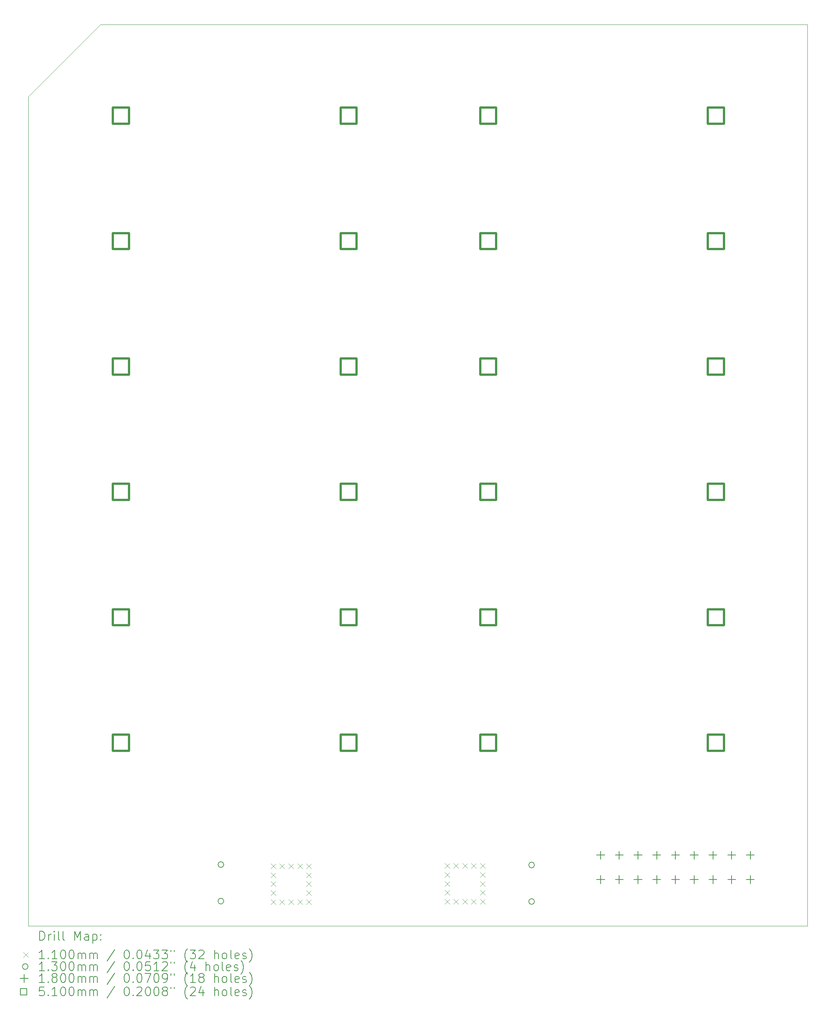
<source format=gbr>
%TF.GenerationSoftware,KiCad,Pcbnew,8.0.5*%
%TF.CreationDate,2025-12-20T20:44:51-08:00*%
%TF.ProjectId,URBAN_CELL_BOARD,55524241-4e5f-4434-954c-4c5f424f4152,rev?*%
%TF.SameCoordinates,Original*%
%TF.FileFunction,Drillmap*%
%TF.FilePolarity,Positive*%
%FSLAX45Y45*%
G04 Gerber Fmt 4.5, Leading zero omitted, Abs format (unit mm)*
G04 Created by KiCad (PCBNEW 8.0.5) date 2025-12-20 20:44:51*
%MOMM*%
%LPD*%
G01*
G04 APERTURE LIST*
%ADD10C,0.100000*%
%ADD11C,0.200000*%
%ADD12C,0.110000*%
%ADD13C,0.130000*%
%ADD14C,0.180000*%
%ADD15C,0.510000*%
G04 APERTURE END LIST*
D10*
X9286121Y-7929338D02*
X25154050Y-7929338D01*
X7674021Y-28158400D02*
X25154050Y-28158400D01*
X25154050Y-7929338D02*
X25154050Y-28158400D01*
X7674021Y-9541438D02*
X7674021Y-28158400D01*
X7674021Y-9541438D02*
X9286121Y-7929338D01*
D11*
D12*
X13116000Y-26760000D02*
X13226000Y-26870000D01*
X13226000Y-26760000D02*
X13116000Y-26870000D01*
X13116000Y-26960000D02*
X13226000Y-27070000D01*
X13226000Y-26960000D02*
X13116000Y-27070000D01*
X13116000Y-27160000D02*
X13226000Y-27270000D01*
X13226000Y-27160000D02*
X13116000Y-27270000D01*
X13116000Y-27360000D02*
X13226000Y-27470000D01*
X13226000Y-27360000D02*
X13116000Y-27470000D01*
X13116000Y-27560000D02*
X13226000Y-27670000D01*
X13226000Y-27560000D02*
X13116000Y-27670000D01*
X13316000Y-26760000D02*
X13426000Y-26870000D01*
X13426000Y-26760000D02*
X13316000Y-26870000D01*
X13316000Y-27560000D02*
X13426000Y-27670000D01*
X13426000Y-27560000D02*
X13316000Y-27670000D01*
X13516000Y-26760000D02*
X13626000Y-26870000D01*
X13626000Y-26760000D02*
X13516000Y-26870000D01*
X13516000Y-27560000D02*
X13626000Y-27670000D01*
X13626000Y-27560000D02*
X13516000Y-27670000D01*
X13716000Y-26760000D02*
X13826000Y-26870000D01*
X13826000Y-26760000D02*
X13716000Y-26870000D01*
X13716000Y-27560000D02*
X13826000Y-27670000D01*
X13826000Y-27560000D02*
X13716000Y-27670000D01*
X13916000Y-26760000D02*
X14026000Y-26870000D01*
X14026000Y-26760000D02*
X13916000Y-26870000D01*
X13916000Y-26960000D02*
X14026000Y-27070000D01*
X14026000Y-26960000D02*
X13916000Y-27070000D01*
X13916000Y-27160000D02*
X14026000Y-27270000D01*
X14026000Y-27160000D02*
X13916000Y-27270000D01*
X13916000Y-27360000D02*
X14026000Y-27470000D01*
X14026000Y-27360000D02*
X13916000Y-27470000D01*
X13916000Y-27560000D02*
X14026000Y-27670000D01*
X14026000Y-27560000D02*
X13916000Y-27670000D01*
X17017000Y-26753000D02*
X17127000Y-26863000D01*
X17127000Y-26753000D02*
X17017000Y-26863000D01*
X17017000Y-26953000D02*
X17127000Y-27063000D01*
X17127000Y-26953000D02*
X17017000Y-27063000D01*
X17017000Y-27153000D02*
X17127000Y-27263000D01*
X17127000Y-27153000D02*
X17017000Y-27263000D01*
X17017000Y-27353000D02*
X17127000Y-27463000D01*
X17127000Y-27353000D02*
X17017000Y-27463000D01*
X17017000Y-27553000D02*
X17127000Y-27663000D01*
X17127000Y-27553000D02*
X17017000Y-27663000D01*
X17217000Y-26753000D02*
X17327000Y-26863000D01*
X17327000Y-26753000D02*
X17217000Y-26863000D01*
X17217000Y-27553000D02*
X17327000Y-27663000D01*
X17327000Y-27553000D02*
X17217000Y-27663000D01*
X17417000Y-26753000D02*
X17527000Y-26863000D01*
X17527000Y-26753000D02*
X17417000Y-26863000D01*
X17417000Y-27553000D02*
X17527000Y-27663000D01*
X17527000Y-27553000D02*
X17417000Y-27663000D01*
X17617000Y-26753000D02*
X17727000Y-26863000D01*
X17727000Y-26753000D02*
X17617000Y-26863000D01*
X17617000Y-27553000D02*
X17727000Y-27663000D01*
X17727000Y-27553000D02*
X17617000Y-27663000D01*
X17817000Y-26753000D02*
X17927000Y-26863000D01*
X17927000Y-26753000D02*
X17817000Y-26863000D01*
X17817000Y-26953000D02*
X17927000Y-27063000D01*
X17927000Y-26953000D02*
X17817000Y-27063000D01*
X17817000Y-27153000D02*
X17927000Y-27263000D01*
X17927000Y-27153000D02*
X17817000Y-27263000D01*
X17817000Y-27353000D02*
X17927000Y-27463000D01*
X17927000Y-27353000D02*
X17817000Y-27463000D01*
X17817000Y-27553000D02*
X17927000Y-27663000D01*
X17927000Y-27553000D02*
X17817000Y-27663000D01*
D13*
X12059500Y-26778750D02*
G75*
G02*
X11929500Y-26778750I-65000J0D01*
G01*
X11929500Y-26778750D02*
G75*
G02*
X12059500Y-26778750I65000J0D01*
G01*
X12059500Y-27598750D02*
G75*
G02*
X11929500Y-27598750I-65000J0D01*
G01*
X11929500Y-27598750D02*
G75*
G02*
X12059500Y-27598750I65000J0D01*
G01*
X19032500Y-26787500D02*
G75*
G02*
X18902500Y-26787500I-65000J0D01*
G01*
X18902500Y-26787500D02*
G75*
G02*
X19032500Y-26787500I65000J0D01*
G01*
X19032500Y-27607500D02*
G75*
G02*
X18902500Y-27607500I-65000J0D01*
G01*
X18902500Y-27607500D02*
G75*
G02*
X19032500Y-27607500I65000J0D01*
G01*
D14*
X20516000Y-26474500D02*
X20516000Y-26654500D01*
X20426000Y-26564500D02*
X20606000Y-26564500D01*
X20516000Y-27024500D02*
X20516000Y-27204500D01*
X20426000Y-27114500D02*
X20606000Y-27114500D01*
X20936000Y-26474500D02*
X20936000Y-26654500D01*
X20846000Y-26564500D02*
X21026000Y-26564500D01*
X20936000Y-27024500D02*
X20936000Y-27204500D01*
X20846000Y-27114500D02*
X21026000Y-27114500D01*
X21356000Y-26474500D02*
X21356000Y-26654500D01*
X21266000Y-26564500D02*
X21446000Y-26564500D01*
X21356000Y-27024500D02*
X21356000Y-27204500D01*
X21266000Y-27114500D02*
X21446000Y-27114500D01*
X21776000Y-26474500D02*
X21776000Y-26654500D01*
X21686000Y-26564500D02*
X21866000Y-26564500D01*
X21776000Y-27024500D02*
X21776000Y-27204500D01*
X21686000Y-27114500D02*
X21866000Y-27114500D01*
X22196000Y-26474500D02*
X22196000Y-26654500D01*
X22106000Y-26564500D02*
X22286000Y-26564500D01*
X22196000Y-27024500D02*
X22196000Y-27204500D01*
X22106000Y-27114500D02*
X22286000Y-27114500D01*
X22616000Y-26474500D02*
X22616000Y-26654500D01*
X22526000Y-26564500D02*
X22706000Y-26564500D01*
X22616000Y-27024500D02*
X22616000Y-27204500D01*
X22526000Y-27114500D02*
X22706000Y-27114500D01*
X23036000Y-26474500D02*
X23036000Y-26654500D01*
X22946000Y-26564500D02*
X23126000Y-26564500D01*
X23036000Y-27024500D02*
X23036000Y-27204500D01*
X22946000Y-27114500D02*
X23126000Y-27114500D01*
X23456000Y-26474500D02*
X23456000Y-26654500D01*
X23366000Y-26564500D02*
X23546000Y-26564500D01*
X23456000Y-27024500D02*
X23456000Y-27204500D01*
X23366000Y-27114500D02*
X23546000Y-27114500D01*
X23876000Y-26474500D02*
X23876000Y-26654500D01*
X23786000Y-26564500D02*
X23966000Y-26564500D01*
X23876000Y-27024500D02*
X23876000Y-27204500D01*
X23786000Y-27114500D02*
X23966000Y-27114500D01*
D15*
X9933214Y-10155414D02*
X9933214Y-9794786D01*
X9572586Y-9794786D01*
X9572586Y-10155414D01*
X9933214Y-10155414D01*
X9933214Y-12968814D02*
X9933214Y-12608186D01*
X9572586Y-12608186D01*
X9572586Y-12968814D01*
X9933214Y-12968814D01*
X9933214Y-15782214D02*
X9933214Y-15421586D01*
X9572586Y-15421586D01*
X9572586Y-15782214D01*
X9933214Y-15782214D01*
X9933214Y-18595614D02*
X9933214Y-18234986D01*
X9572586Y-18234986D01*
X9572586Y-18595614D01*
X9933214Y-18595614D01*
X9933214Y-21409014D02*
X9933214Y-21048386D01*
X9572586Y-21048386D01*
X9572586Y-21409014D01*
X9933214Y-21409014D01*
X9933214Y-24222414D02*
X9933214Y-23861786D01*
X9572586Y-23861786D01*
X9572586Y-24222414D01*
X9933214Y-24222414D01*
X15043214Y-10155414D02*
X15043214Y-9794786D01*
X14682586Y-9794786D01*
X14682586Y-10155414D01*
X15043214Y-10155414D01*
X15043214Y-12968814D02*
X15043214Y-12608186D01*
X14682586Y-12608186D01*
X14682586Y-12968814D01*
X15043214Y-12968814D01*
X15043214Y-15782214D02*
X15043214Y-15421586D01*
X14682586Y-15421586D01*
X14682586Y-15782214D01*
X15043214Y-15782214D01*
X15043214Y-18595614D02*
X15043214Y-18234986D01*
X14682586Y-18234986D01*
X14682586Y-18595614D01*
X15043214Y-18595614D01*
X15043214Y-21409014D02*
X15043214Y-21048386D01*
X14682586Y-21048386D01*
X14682586Y-21409014D01*
X15043214Y-21409014D01*
X15043214Y-24222414D02*
X15043214Y-23861786D01*
X14682586Y-23861786D01*
X14682586Y-24222414D01*
X15043214Y-24222414D01*
X18173214Y-10155414D02*
X18173214Y-9794786D01*
X17812586Y-9794786D01*
X17812586Y-10155414D01*
X18173214Y-10155414D01*
X18173214Y-12968814D02*
X18173214Y-12608186D01*
X17812586Y-12608186D01*
X17812586Y-12968814D01*
X18173214Y-12968814D01*
X18173214Y-15782214D02*
X18173214Y-15421586D01*
X17812586Y-15421586D01*
X17812586Y-15782214D01*
X18173214Y-15782214D01*
X18173214Y-18595614D02*
X18173214Y-18234986D01*
X17812586Y-18234986D01*
X17812586Y-18595614D01*
X18173214Y-18595614D01*
X18173214Y-21409014D02*
X18173214Y-21048386D01*
X17812586Y-21048386D01*
X17812586Y-21409014D01*
X18173214Y-21409014D01*
X18173214Y-24222414D02*
X18173214Y-23861786D01*
X17812586Y-23861786D01*
X17812586Y-24222414D01*
X18173214Y-24222414D01*
X23283214Y-10155414D02*
X23283214Y-9794786D01*
X22922586Y-9794786D01*
X22922586Y-10155414D01*
X23283214Y-10155414D01*
X23283214Y-12968814D02*
X23283214Y-12608186D01*
X22922586Y-12608186D01*
X22922586Y-12968814D01*
X23283214Y-12968814D01*
X23283214Y-15782214D02*
X23283214Y-15421586D01*
X22922586Y-15421586D01*
X22922586Y-15782214D01*
X23283214Y-15782214D01*
X23283214Y-18595614D02*
X23283214Y-18234986D01*
X22922586Y-18234986D01*
X22922586Y-18595614D01*
X23283214Y-18595614D01*
X23283214Y-21409014D02*
X23283214Y-21048386D01*
X22922586Y-21048386D01*
X22922586Y-21409014D01*
X23283214Y-21409014D01*
X23283214Y-24222414D02*
X23283214Y-23861786D01*
X22922586Y-23861786D01*
X22922586Y-24222414D01*
X23283214Y-24222414D01*
D11*
X7929798Y-28474884D02*
X7929798Y-28274884D01*
X7929798Y-28274884D02*
X7977417Y-28274884D01*
X7977417Y-28274884D02*
X8005988Y-28284408D01*
X8005988Y-28284408D02*
X8025036Y-28303455D01*
X8025036Y-28303455D02*
X8034560Y-28322503D01*
X8034560Y-28322503D02*
X8044084Y-28360598D01*
X8044084Y-28360598D02*
X8044084Y-28389169D01*
X8044084Y-28389169D02*
X8034560Y-28427265D01*
X8034560Y-28427265D02*
X8025036Y-28446312D01*
X8025036Y-28446312D02*
X8005988Y-28465360D01*
X8005988Y-28465360D02*
X7977417Y-28474884D01*
X7977417Y-28474884D02*
X7929798Y-28474884D01*
X8129798Y-28474884D02*
X8129798Y-28341550D01*
X8129798Y-28379646D02*
X8139322Y-28360598D01*
X8139322Y-28360598D02*
X8148846Y-28351074D01*
X8148846Y-28351074D02*
X8167893Y-28341550D01*
X8167893Y-28341550D02*
X8186941Y-28341550D01*
X8253607Y-28474884D02*
X8253607Y-28341550D01*
X8253607Y-28274884D02*
X8244084Y-28284408D01*
X8244084Y-28284408D02*
X8253607Y-28293931D01*
X8253607Y-28293931D02*
X8263131Y-28284408D01*
X8263131Y-28284408D02*
X8253607Y-28274884D01*
X8253607Y-28274884D02*
X8253607Y-28293931D01*
X8377417Y-28474884D02*
X8358369Y-28465360D01*
X8358369Y-28465360D02*
X8348846Y-28446312D01*
X8348846Y-28446312D02*
X8348846Y-28274884D01*
X8482179Y-28474884D02*
X8463131Y-28465360D01*
X8463131Y-28465360D02*
X8453608Y-28446312D01*
X8453608Y-28446312D02*
X8453608Y-28274884D01*
X8710750Y-28474884D02*
X8710750Y-28274884D01*
X8710750Y-28274884D02*
X8777417Y-28417741D01*
X8777417Y-28417741D02*
X8844084Y-28274884D01*
X8844084Y-28274884D02*
X8844084Y-28474884D01*
X9025036Y-28474884D02*
X9025036Y-28370122D01*
X9025036Y-28370122D02*
X9015512Y-28351074D01*
X9015512Y-28351074D02*
X8996465Y-28341550D01*
X8996465Y-28341550D02*
X8958369Y-28341550D01*
X8958369Y-28341550D02*
X8939322Y-28351074D01*
X9025036Y-28465360D02*
X9005989Y-28474884D01*
X9005989Y-28474884D02*
X8958369Y-28474884D01*
X8958369Y-28474884D02*
X8939322Y-28465360D01*
X8939322Y-28465360D02*
X8929798Y-28446312D01*
X8929798Y-28446312D02*
X8929798Y-28427265D01*
X8929798Y-28427265D02*
X8939322Y-28408217D01*
X8939322Y-28408217D02*
X8958369Y-28398693D01*
X8958369Y-28398693D02*
X9005989Y-28398693D01*
X9005989Y-28398693D02*
X9025036Y-28389169D01*
X9120274Y-28341550D02*
X9120274Y-28541550D01*
X9120274Y-28351074D02*
X9139322Y-28341550D01*
X9139322Y-28341550D02*
X9177417Y-28341550D01*
X9177417Y-28341550D02*
X9196465Y-28351074D01*
X9196465Y-28351074D02*
X9205989Y-28360598D01*
X9205989Y-28360598D02*
X9215512Y-28379646D01*
X9215512Y-28379646D02*
X9215512Y-28436788D01*
X9215512Y-28436788D02*
X9205989Y-28455836D01*
X9205989Y-28455836D02*
X9196465Y-28465360D01*
X9196465Y-28465360D02*
X9177417Y-28474884D01*
X9177417Y-28474884D02*
X9139322Y-28474884D01*
X9139322Y-28474884D02*
X9120274Y-28465360D01*
X9301227Y-28455836D02*
X9310750Y-28465360D01*
X9310750Y-28465360D02*
X9301227Y-28474884D01*
X9301227Y-28474884D02*
X9291703Y-28465360D01*
X9291703Y-28465360D02*
X9301227Y-28455836D01*
X9301227Y-28455836D02*
X9301227Y-28474884D01*
X9301227Y-28351074D02*
X9310750Y-28360598D01*
X9310750Y-28360598D02*
X9301227Y-28370122D01*
X9301227Y-28370122D02*
X9291703Y-28360598D01*
X9291703Y-28360598D02*
X9301227Y-28351074D01*
X9301227Y-28351074D02*
X9301227Y-28370122D01*
D12*
X7559021Y-28748400D02*
X7669021Y-28858400D01*
X7669021Y-28748400D02*
X7559021Y-28858400D01*
D11*
X8034560Y-28894884D02*
X7920274Y-28894884D01*
X7977417Y-28894884D02*
X7977417Y-28694884D01*
X7977417Y-28694884D02*
X7958369Y-28723455D01*
X7958369Y-28723455D02*
X7939322Y-28742503D01*
X7939322Y-28742503D02*
X7920274Y-28752027D01*
X8120274Y-28875836D02*
X8129798Y-28885360D01*
X8129798Y-28885360D02*
X8120274Y-28894884D01*
X8120274Y-28894884D02*
X8110750Y-28885360D01*
X8110750Y-28885360D02*
X8120274Y-28875836D01*
X8120274Y-28875836D02*
X8120274Y-28894884D01*
X8320274Y-28894884D02*
X8205988Y-28894884D01*
X8263131Y-28894884D02*
X8263131Y-28694884D01*
X8263131Y-28694884D02*
X8244084Y-28723455D01*
X8244084Y-28723455D02*
X8225036Y-28742503D01*
X8225036Y-28742503D02*
X8205988Y-28752027D01*
X8444084Y-28694884D02*
X8463131Y-28694884D01*
X8463131Y-28694884D02*
X8482179Y-28704408D01*
X8482179Y-28704408D02*
X8491703Y-28713931D01*
X8491703Y-28713931D02*
X8501227Y-28732979D01*
X8501227Y-28732979D02*
X8510750Y-28771074D01*
X8510750Y-28771074D02*
X8510750Y-28818693D01*
X8510750Y-28818693D02*
X8501227Y-28856788D01*
X8501227Y-28856788D02*
X8491703Y-28875836D01*
X8491703Y-28875836D02*
X8482179Y-28885360D01*
X8482179Y-28885360D02*
X8463131Y-28894884D01*
X8463131Y-28894884D02*
X8444084Y-28894884D01*
X8444084Y-28894884D02*
X8425036Y-28885360D01*
X8425036Y-28885360D02*
X8415512Y-28875836D01*
X8415512Y-28875836D02*
X8405989Y-28856788D01*
X8405989Y-28856788D02*
X8396465Y-28818693D01*
X8396465Y-28818693D02*
X8396465Y-28771074D01*
X8396465Y-28771074D02*
X8405989Y-28732979D01*
X8405989Y-28732979D02*
X8415512Y-28713931D01*
X8415512Y-28713931D02*
X8425036Y-28704408D01*
X8425036Y-28704408D02*
X8444084Y-28694884D01*
X8634560Y-28694884D02*
X8653608Y-28694884D01*
X8653608Y-28694884D02*
X8672655Y-28704408D01*
X8672655Y-28704408D02*
X8682179Y-28713931D01*
X8682179Y-28713931D02*
X8691703Y-28732979D01*
X8691703Y-28732979D02*
X8701227Y-28771074D01*
X8701227Y-28771074D02*
X8701227Y-28818693D01*
X8701227Y-28818693D02*
X8691703Y-28856788D01*
X8691703Y-28856788D02*
X8682179Y-28875836D01*
X8682179Y-28875836D02*
X8672655Y-28885360D01*
X8672655Y-28885360D02*
X8653608Y-28894884D01*
X8653608Y-28894884D02*
X8634560Y-28894884D01*
X8634560Y-28894884D02*
X8615512Y-28885360D01*
X8615512Y-28885360D02*
X8605989Y-28875836D01*
X8605989Y-28875836D02*
X8596465Y-28856788D01*
X8596465Y-28856788D02*
X8586941Y-28818693D01*
X8586941Y-28818693D02*
X8586941Y-28771074D01*
X8586941Y-28771074D02*
X8596465Y-28732979D01*
X8596465Y-28732979D02*
X8605989Y-28713931D01*
X8605989Y-28713931D02*
X8615512Y-28704408D01*
X8615512Y-28704408D02*
X8634560Y-28694884D01*
X8786941Y-28894884D02*
X8786941Y-28761550D01*
X8786941Y-28780598D02*
X8796465Y-28771074D01*
X8796465Y-28771074D02*
X8815512Y-28761550D01*
X8815512Y-28761550D02*
X8844084Y-28761550D01*
X8844084Y-28761550D02*
X8863131Y-28771074D01*
X8863131Y-28771074D02*
X8872655Y-28790122D01*
X8872655Y-28790122D02*
X8872655Y-28894884D01*
X8872655Y-28790122D02*
X8882179Y-28771074D01*
X8882179Y-28771074D02*
X8901227Y-28761550D01*
X8901227Y-28761550D02*
X8929798Y-28761550D01*
X8929798Y-28761550D02*
X8948846Y-28771074D01*
X8948846Y-28771074D02*
X8958370Y-28790122D01*
X8958370Y-28790122D02*
X8958370Y-28894884D01*
X9053608Y-28894884D02*
X9053608Y-28761550D01*
X9053608Y-28780598D02*
X9063131Y-28771074D01*
X9063131Y-28771074D02*
X9082179Y-28761550D01*
X9082179Y-28761550D02*
X9110751Y-28761550D01*
X9110751Y-28761550D02*
X9129798Y-28771074D01*
X9129798Y-28771074D02*
X9139322Y-28790122D01*
X9139322Y-28790122D02*
X9139322Y-28894884D01*
X9139322Y-28790122D02*
X9148846Y-28771074D01*
X9148846Y-28771074D02*
X9167893Y-28761550D01*
X9167893Y-28761550D02*
X9196465Y-28761550D01*
X9196465Y-28761550D02*
X9215512Y-28771074D01*
X9215512Y-28771074D02*
X9225036Y-28790122D01*
X9225036Y-28790122D02*
X9225036Y-28894884D01*
X9615512Y-28685360D02*
X9444084Y-28942503D01*
X9872655Y-28694884D02*
X9891703Y-28694884D01*
X9891703Y-28694884D02*
X9910751Y-28704408D01*
X9910751Y-28704408D02*
X9920274Y-28713931D01*
X9920274Y-28713931D02*
X9929798Y-28732979D01*
X9929798Y-28732979D02*
X9939322Y-28771074D01*
X9939322Y-28771074D02*
X9939322Y-28818693D01*
X9939322Y-28818693D02*
X9929798Y-28856788D01*
X9929798Y-28856788D02*
X9920274Y-28875836D01*
X9920274Y-28875836D02*
X9910751Y-28885360D01*
X9910751Y-28885360D02*
X9891703Y-28894884D01*
X9891703Y-28894884D02*
X9872655Y-28894884D01*
X9872655Y-28894884D02*
X9853608Y-28885360D01*
X9853608Y-28885360D02*
X9844084Y-28875836D01*
X9844084Y-28875836D02*
X9834560Y-28856788D01*
X9834560Y-28856788D02*
X9825036Y-28818693D01*
X9825036Y-28818693D02*
X9825036Y-28771074D01*
X9825036Y-28771074D02*
X9834560Y-28732979D01*
X9834560Y-28732979D02*
X9844084Y-28713931D01*
X9844084Y-28713931D02*
X9853608Y-28704408D01*
X9853608Y-28704408D02*
X9872655Y-28694884D01*
X10025036Y-28875836D02*
X10034560Y-28885360D01*
X10034560Y-28885360D02*
X10025036Y-28894884D01*
X10025036Y-28894884D02*
X10015513Y-28885360D01*
X10015513Y-28885360D02*
X10025036Y-28875836D01*
X10025036Y-28875836D02*
X10025036Y-28894884D01*
X10158370Y-28694884D02*
X10177417Y-28694884D01*
X10177417Y-28694884D02*
X10196465Y-28704408D01*
X10196465Y-28704408D02*
X10205989Y-28713931D01*
X10205989Y-28713931D02*
X10215513Y-28732979D01*
X10215513Y-28732979D02*
X10225036Y-28771074D01*
X10225036Y-28771074D02*
X10225036Y-28818693D01*
X10225036Y-28818693D02*
X10215513Y-28856788D01*
X10215513Y-28856788D02*
X10205989Y-28875836D01*
X10205989Y-28875836D02*
X10196465Y-28885360D01*
X10196465Y-28885360D02*
X10177417Y-28894884D01*
X10177417Y-28894884D02*
X10158370Y-28894884D01*
X10158370Y-28894884D02*
X10139322Y-28885360D01*
X10139322Y-28885360D02*
X10129798Y-28875836D01*
X10129798Y-28875836D02*
X10120274Y-28856788D01*
X10120274Y-28856788D02*
X10110751Y-28818693D01*
X10110751Y-28818693D02*
X10110751Y-28771074D01*
X10110751Y-28771074D02*
X10120274Y-28732979D01*
X10120274Y-28732979D02*
X10129798Y-28713931D01*
X10129798Y-28713931D02*
X10139322Y-28704408D01*
X10139322Y-28704408D02*
X10158370Y-28694884D01*
X10396465Y-28761550D02*
X10396465Y-28894884D01*
X10348846Y-28685360D02*
X10301227Y-28828217D01*
X10301227Y-28828217D02*
X10425036Y-28828217D01*
X10482179Y-28694884D02*
X10605989Y-28694884D01*
X10605989Y-28694884D02*
X10539322Y-28771074D01*
X10539322Y-28771074D02*
X10567894Y-28771074D01*
X10567894Y-28771074D02*
X10586941Y-28780598D01*
X10586941Y-28780598D02*
X10596465Y-28790122D01*
X10596465Y-28790122D02*
X10605989Y-28809169D01*
X10605989Y-28809169D02*
X10605989Y-28856788D01*
X10605989Y-28856788D02*
X10596465Y-28875836D01*
X10596465Y-28875836D02*
X10586941Y-28885360D01*
X10586941Y-28885360D02*
X10567894Y-28894884D01*
X10567894Y-28894884D02*
X10510751Y-28894884D01*
X10510751Y-28894884D02*
X10491703Y-28885360D01*
X10491703Y-28885360D02*
X10482179Y-28875836D01*
X10672655Y-28694884D02*
X10796465Y-28694884D01*
X10796465Y-28694884D02*
X10729798Y-28771074D01*
X10729798Y-28771074D02*
X10758370Y-28771074D01*
X10758370Y-28771074D02*
X10777417Y-28780598D01*
X10777417Y-28780598D02*
X10786941Y-28790122D01*
X10786941Y-28790122D02*
X10796465Y-28809169D01*
X10796465Y-28809169D02*
X10796465Y-28856788D01*
X10796465Y-28856788D02*
X10786941Y-28875836D01*
X10786941Y-28875836D02*
X10777417Y-28885360D01*
X10777417Y-28885360D02*
X10758370Y-28894884D01*
X10758370Y-28894884D02*
X10701227Y-28894884D01*
X10701227Y-28894884D02*
X10682179Y-28885360D01*
X10682179Y-28885360D02*
X10672655Y-28875836D01*
X10872655Y-28694884D02*
X10872655Y-28732979D01*
X10948846Y-28694884D02*
X10948846Y-28732979D01*
X11244084Y-28971074D02*
X11234560Y-28961550D01*
X11234560Y-28961550D02*
X11215513Y-28932979D01*
X11215513Y-28932979D02*
X11205989Y-28913931D01*
X11205989Y-28913931D02*
X11196465Y-28885360D01*
X11196465Y-28885360D02*
X11186941Y-28837741D01*
X11186941Y-28837741D02*
X11186941Y-28799646D01*
X11186941Y-28799646D02*
X11196465Y-28752027D01*
X11196465Y-28752027D02*
X11205989Y-28723455D01*
X11205989Y-28723455D02*
X11215513Y-28704408D01*
X11215513Y-28704408D02*
X11234560Y-28675836D01*
X11234560Y-28675836D02*
X11244084Y-28666312D01*
X11301227Y-28694884D02*
X11425036Y-28694884D01*
X11425036Y-28694884D02*
X11358370Y-28771074D01*
X11358370Y-28771074D02*
X11386941Y-28771074D01*
X11386941Y-28771074D02*
X11405989Y-28780598D01*
X11405989Y-28780598D02*
X11415513Y-28790122D01*
X11415513Y-28790122D02*
X11425036Y-28809169D01*
X11425036Y-28809169D02*
X11425036Y-28856788D01*
X11425036Y-28856788D02*
X11415513Y-28875836D01*
X11415513Y-28875836D02*
X11405989Y-28885360D01*
X11405989Y-28885360D02*
X11386941Y-28894884D01*
X11386941Y-28894884D02*
X11329798Y-28894884D01*
X11329798Y-28894884D02*
X11310751Y-28885360D01*
X11310751Y-28885360D02*
X11301227Y-28875836D01*
X11501227Y-28713931D02*
X11510751Y-28704408D01*
X11510751Y-28704408D02*
X11529798Y-28694884D01*
X11529798Y-28694884D02*
X11577417Y-28694884D01*
X11577417Y-28694884D02*
X11596465Y-28704408D01*
X11596465Y-28704408D02*
X11605989Y-28713931D01*
X11605989Y-28713931D02*
X11615513Y-28732979D01*
X11615513Y-28732979D02*
X11615513Y-28752027D01*
X11615513Y-28752027D02*
X11605989Y-28780598D01*
X11605989Y-28780598D02*
X11491703Y-28894884D01*
X11491703Y-28894884D02*
X11615513Y-28894884D01*
X11853608Y-28894884D02*
X11853608Y-28694884D01*
X11939322Y-28894884D02*
X11939322Y-28790122D01*
X11939322Y-28790122D02*
X11929798Y-28771074D01*
X11929798Y-28771074D02*
X11910751Y-28761550D01*
X11910751Y-28761550D02*
X11882179Y-28761550D01*
X11882179Y-28761550D02*
X11863132Y-28771074D01*
X11863132Y-28771074D02*
X11853608Y-28780598D01*
X12063132Y-28894884D02*
X12044084Y-28885360D01*
X12044084Y-28885360D02*
X12034560Y-28875836D01*
X12034560Y-28875836D02*
X12025036Y-28856788D01*
X12025036Y-28856788D02*
X12025036Y-28799646D01*
X12025036Y-28799646D02*
X12034560Y-28780598D01*
X12034560Y-28780598D02*
X12044084Y-28771074D01*
X12044084Y-28771074D02*
X12063132Y-28761550D01*
X12063132Y-28761550D02*
X12091703Y-28761550D01*
X12091703Y-28761550D02*
X12110751Y-28771074D01*
X12110751Y-28771074D02*
X12120275Y-28780598D01*
X12120275Y-28780598D02*
X12129798Y-28799646D01*
X12129798Y-28799646D02*
X12129798Y-28856788D01*
X12129798Y-28856788D02*
X12120275Y-28875836D01*
X12120275Y-28875836D02*
X12110751Y-28885360D01*
X12110751Y-28885360D02*
X12091703Y-28894884D01*
X12091703Y-28894884D02*
X12063132Y-28894884D01*
X12244084Y-28894884D02*
X12225036Y-28885360D01*
X12225036Y-28885360D02*
X12215513Y-28866312D01*
X12215513Y-28866312D02*
X12215513Y-28694884D01*
X12396465Y-28885360D02*
X12377417Y-28894884D01*
X12377417Y-28894884D02*
X12339322Y-28894884D01*
X12339322Y-28894884D02*
X12320275Y-28885360D01*
X12320275Y-28885360D02*
X12310751Y-28866312D01*
X12310751Y-28866312D02*
X12310751Y-28790122D01*
X12310751Y-28790122D02*
X12320275Y-28771074D01*
X12320275Y-28771074D02*
X12339322Y-28761550D01*
X12339322Y-28761550D02*
X12377417Y-28761550D01*
X12377417Y-28761550D02*
X12396465Y-28771074D01*
X12396465Y-28771074D02*
X12405989Y-28790122D01*
X12405989Y-28790122D02*
X12405989Y-28809169D01*
X12405989Y-28809169D02*
X12310751Y-28828217D01*
X12482179Y-28885360D02*
X12501227Y-28894884D01*
X12501227Y-28894884D02*
X12539322Y-28894884D01*
X12539322Y-28894884D02*
X12558370Y-28885360D01*
X12558370Y-28885360D02*
X12567894Y-28866312D01*
X12567894Y-28866312D02*
X12567894Y-28856788D01*
X12567894Y-28856788D02*
X12558370Y-28837741D01*
X12558370Y-28837741D02*
X12539322Y-28828217D01*
X12539322Y-28828217D02*
X12510751Y-28828217D01*
X12510751Y-28828217D02*
X12491703Y-28818693D01*
X12491703Y-28818693D02*
X12482179Y-28799646D01*
X12482179Y-28799646D02*
X12482179Y-28790122D01*
X12482179Y-28790122D02*
X12491703Y-28771074D01*
X12491703Y-28771074D02*
X12510751Y-28761550D01*
X12510751Y-28761550D02*
X12539322Y-28761550D01*
X12539322Y-28761550D02*
X12558370Y-28771074D01*
X12634560Y-28971074D02*
X12644084Y-28961550D01*
X12644084Y-28961550D02*
X12663132Y-28932979D01*
X12663132Y-28932979D02*
X12672656Y-28913931D01*
X12672656Y-28913931D02*
X12682179Y-28885360D01*
X12682179Y-28885360D02*
X12691703Y-28837741D01*
X12691703Y-28837741D02*
X12691703Y-28799646D01*
X12691703Y-28799646D02*
X12682179Y-28752027D01*
X12682179Y-28752027D02*
X12672656Y-28723455D01*
X12672656Y-28723455D02*
X12663132Y-28704408D01*
X12663132Y-28704408D02*
X12644084Y-28675836D01*
X12644084Y-28675836D02*
X12634560Y-28666312D01*
D13*
X7669021Y-29067400D02*
G75*
G02*
X7539021Y-29067400I-65000J0D01*
G01*
X7539021Y-29067400D02*
G75*
G02*
X7669021Y-29067400I65000J0D01*
G01*
D11*
X8034560Y-29158884D02*
X7920274Y-29158884D01*
X7977417Y-29158884D02*
X7977417Y-28958884D01*
X7977417Y-28958884D02*
X7958369Y-28987455D01*
X7958369Y-28987455D02*
X7939322Y-29006503D01*
X7939322Y-29006503D02*
X7920274Y-29016027D01*
X8120274Y-29139836D02*
X8129798Y-29149360D01*
X8129798Y-29149360D02*
X8120274Y-29158884D01*
X8120274Y-29158884D02*
X8110750Y-29149360D01*
X8110750Y-29149360D02*
X8120274Y-29139836D01*
X8120274Y-29139836D02*
X8120274Y-29158884D01*
X8196465Y-28958884D02*
X8320274Y-28958884D01*
X8320274Y-28958884D02*
X8253607Y-29035074D01*
X8253607Y-29035074D02*
X8282179Y-29035074D01*
X8282179Y-29035074D02*
X8301227Y-29044598D01*
X8301227Y-29044598D02*
X8310750Y-29054122D01*
X8310750Y-29054122D02*
X8320274Y-29073169D01*
X8320274Y-29073169D02*
X8320274Y-29120788D01*
X8320274Y-29120788D02*
X8310750Y-29139836D01*
X8310750Y-29139836D02*
X8301227Y-29149360D01*
X8301227Y-29149360D02*
X8282179Y-29158884D01*
X8282179Y-29158884D02*
X8225036Y-29158884D01*
X8225036Y-29158884D02*
X8205988Y-29149360D01*
X8205988Y-29149360D02*
X8196465Y-29139836D01*
X8444084Y-28958884D02*
X8463131Y-28958884D01*
X8463131Y-28958884D02*
X8482179Y-28968408D01*
X8482179Y-28968408D02*
X8491703Y-28977931D01*
X8491703Y-28977931D02*
X8501227Y-28996979D01*
X8501227Y-28996979D02*
X8510750Y-29035074D01*
X8510750Y-29035074D02*
X8510750Y-29082693D01*
X8510750Y-29082693D02*
X8501227Y-29120788D01*
X8501227Y-29120788D02*
X8491703Y-29139836D01*
X8491703Y-29139836D02*
X8482179Y-29149360D01*
X8482179Y-29149360D02*
X8463131Y-29158884D01*
X8463131Y-29158884D02*
X8444084Y-29158884D01*
X8444084Y-29158884D02*
X8425036Y-29149360D01*
X8425036Y-29149360D02*
X8415512Y-29139836D01*
X8415512Y-29139836D02*
X8405989Y-29120788D01*
X8405989Y-29120788D02*
X8396465Y-29082693D01*
X8396465Y-29082693D02*
X8396465Y-29035074D01*
X8396465Y-29035074D02*
X8405989Y-28996979D01*
X8405989Y-28996979D02*
X8415512Y-28977931D01*
X8415512Y-28977931D02*
X8425036Y-28968408D01*
X8425036Y-28968408D02*
X8444084Y-28958884D01*
X8634560Y-28958884D02*
X8653608Y-28958884D01*
X8653608Y-28958884D02*
X8672655Y-28968408D01*
X8672655Y-28968408D02*
X8682179Y-28977931D01*
X8682179Y-28977931D02*
X8691703Y-28996979D01*
X8691703Y-28996979D02*
X8701227Y-29035074D01*
X8701227Y-29035074D02*
X8701227Y-29082693D01*
X8701227Y-29082693D02*
X8691703Y-29120788D01*
X8691703Y-29120788D02*
X8682179Y-29139836D01*
X8682179Y-29139836D02*
X8672655Y-29149360D01*
X8672655Y-29149360D02*
X8653608Y-29158884D01*
X8653608Y-29158884D02*
X8634560Y-29158884D01*
X8634560Y-29158884D02*
X8615512Y-29149360D01*
X8615512Y-29149360D02*
X8605989Y-29139836D01*
X8605989Y-29139836D02*
X8596465Y-29120788D01*
X8596465Y-29120788D02*
X8586941Y-29082693D01*
X8586941Y-29082693D02*
X8586941Y-29035074D01*
X8586941Y-29035074D02*
X8596465Y-28996979D01*
X8596465Y-28996979D02*
X8605989Y-28977931D01*
X8605989Y-28977931D02*
X8615512Y-28968408D01*
X8615512Y-28968408D02*
X8634560Y-28958884D01*
X8786941Y-29158884D02*
X8786941Y-29025550D01*
X8786941Y-29044598D02*
X8796465Y-29035074D01*
X8796465Y-29035074D02*
X8815512Y-29025550D01*
X8815512Y-29025550D02*
X8844084Y-29025550D01*
X8844084Y-29025550D02*
X8863131Y-29035074D01*
X8863131Y-29035074D02*
X8872655Y-29054122D01*
X8872655Y-29054122D02*
X8872655Y-29158884D01*
X8872655Y-29054122D02*
X8882179Y-29035074D01*
X8882179Y-29035074D02*
X8901227Y-29025550D01*
X8901227Y-29025550D02*
X8929798Y-29025550D01*
X8929798Y-29025550D02*
X8948846Y-29035074D01*
X8948846Y-29035074D02*
X8958370Y-29054122D01*
X8958370Y-29054122D02*
X8958370Y-29158884D01*
X9053608Y-29158884D02*
X9053608Y-29025550D01*
X9053608Y-29044598D02*
X9063131Y-29035074D01*
X9063131Y-29035074D02*
X9082179Y-29025550D01*
X9082179Y-29025550D02*
X9110751Y-29025550D01*
X9110751Y-29025550D02*
X9129798Y-29035074D01*
X9129798Y-29035074D02*
X9139322Y-29054122D01*
X9139322Y-29054122D02*
X9139322Y-29158884D01*
X9139322Y-29054122D02*
X9148846Y-29035074D01*
X9148846Y-29035074D02*
X9167893Y-29025550D01*
X9167893Y-29025550D02*
X9196465Y-29025550D01*
X9196465Y-29025550D02*
X9215512Y-29035074D01*
X9215512Y-29035074D02*
X9225036Y-29054122D01*
X9225036Y-29054122D02*
X9225036Y-29158884D01*
X9615512Y-28949360D02*
X9444084Y-29206503D01*
X9872655Y-28958884D02*
X9891703Y-28958884D01*
X9891703Y-28958884D02*
X9910751Y-28968408D01*
X9910751Y-28968408D02*
X9920274Y-28977931D01*
X9920274Y-28977931D02*
X9929798Y-28996979D01*
X9929798Y-28996979D02*
X9939322Y-29035074D01*
X9939322Y-29035074D02*
X9939322Y-29082693D01*
X9939322Y-29082693D02*
X9929798Y-29120788D01*
X9929798Y-29120788D02*
X9920274Y-29139836D01*
X9920274Y-29139836D02*
X9910751Y-29149360D01*
X9910751Y-29149360D02*
X9891703Y-29158884D01*
X9891703Y-29158884D02*
X9872655Y-29158884D01*
X9872655Y-29158884D02*
X9853608Y-29149360D01*
X9853608Y-29149360D02*
X9844084Y-29139836D01*
X9844084Y-29139836D02*
X9834560Y-29120788D01*
X9834560Y-29120788D02*
X9825036Y-29082693D01*
X9825036Y-29082693D02*
X9825036Y-29035074D01*
X9825036Y-29035074D02*
X9834560Y-28996979D01*
X9834560Y-28996979D02*
X9844084Y-28977931D01*
X9844084Y-28977931D02*
X9853608Y-28968408D01*
X9853608Y-28968408D02*
X9872655Y-28958884D01*
X10025036Y-29139836D02*
X10034560Y-29149360D01*
X10034560Y-29149360D02*
X10025036Y-29158884D01*
X10025036Y-29158884D02*
X10015513Y-29149360D01*
X10015513Y-29149360D02*
X10025036Y-29139836D01*
X10025036Y-29139836D02*
X10025036Y-29158884D01*
X10158370Y-28958884D02*
X10177417Y-28958884D01*
X10177417Y-28958884D02*
X10196465Y-28968408D01*
X10196465Y-28968408D02*
X10205989Y-28977931D01*
X10205989Y-28977931D02*
X10215513Y-28996979D01*
X10215513Y-28996979D02*
X10225036Y-29035074D01*
X10225036Y-29035074D02*
X10225036Y-29082693D01*
X10225036Y-29082693D02*
X10215513Y-29120788D01*
X10215513Y-29120788D02*
X10205989Y-29139836D01*
X10205989Y-29139836D02*
X10196465Y-29149360D01*
X10196465Y-29149360D02*
X10177417Y-29158884D01*
X10177417Y-29158884D02*
X10158370Y-29158884D01*
X10158370Y-29158884D02*
X10139322Y-29149360D01*
X10139322Y-29149360D02*
X10129798Y-29139836D01*
X10129798Y-29139836D02*
X10120274Y-29120788D01*
X10120274Y-29120788D02*
X10110751Y-29082693D01*
X10110751Y-29082693D02*
X10110751Y-29035074D01*
X10110751Y-29035074D02*
X10120274Y-28996979D01*
X10120274Y-28996979D02*
X10129798Y-28977931D01*
X10129798Y-28977931D02*
X10139322Y-28968408D01*
X10139322Y-28968408D02*
X10158370Y-28958884D01*
X10405989Y-28958884D02*
X10310751Y-28958884D01*
X10310751Y-28958884D02*
X10301227Y-29054122D01*
X10301227Y-29054122D02*
X10310751Y-29044598D01*
X10310751Y-29044598D02*
X10329798Y-29035074D01*
X10329798Y-29035074D02*
X10377417Y-29035074D01*
X10377417Y-29035074D02*
X10396465Y-29044598D01*
X10396465Y-29044598D02*
X10405989Y-29054122D01*
X10405989Y-29054122D02*
X10415513Y-29073169D01*
X10415513Y-29073169D02*
X10415513Y-29120788D01*
X10415513Y-29120788D02*
X10405989Y-29139836D01*
X10405989Y-29139836D02*
X10396465Y-29149360D01*
X10396465Y-29149360D02*
X10377417Y-29158884D01*
X10377417Y-29158884D02*
X10329798Y-29158884D01*
X10329798Y-29158884D02*
X10310751Y-29149360D01*
X10310751Y-29149360D02*
X10301227Y-29139836D01*
X10605989Y-29158884D02*
X10491703Y-29158884D01*
X10548846Y-29158884D02*
X10548846Y-28958884D01*
X10548846Y-28958884D02*
X10529798Y-28987455D01*
X10529798Y-28987455D02*
X10510751Y-29006503D01*
X10510751Y-29006503D02*
X10491703Y-29016027D01*
X10682179Y-28977931D02*
X10691703Y-28968408D01*
X10691703Y-28968408D02*
X10710751Y-28958884D01*
X10710751Y-28958884D02*
X10758370Y-28958884D01*
X10758370Y-28958884D02*
X10777417Y-28968408D01*
X10777417Y-28968408D02*
X10786941Y-28977931D01*
X10786941Y-28977931D02*
X10796465Y-28996979D01*
X10796465Y-28996979D02*
X10796465Y-29016027D01*
X10796465Y-29016027D02*
X10786941Y-29044598D01*
X10786941Y-29044598D02*
X10672655Y-29158884D01*
X10672655Y-29158884D02*
X10796465Y-29158884D01*
X10872655Y-28958884D02*
X10872655Y-28996979D01*
X10948846Y-28958884D02*
X10948846Y-28996979D01*
X11244084Y-29235074D02*
X11234560Y-29225550D01*
X11234560Y-29225550D02*
X11215513Y-29196979D01*
X11215513Y-29196979D02*
X11205989Y-29177931D01*
X11205989Y-29177931D02*
X11196465Y-29149360D01*
X11196465Y-29149360D02*
X11186941Y-29101741D01*
X11186941Y-29101741D02*
X11186941Y-29063646D01*
X11186941Y-29063646D02*
X11196465Y-29016027D01*
X11196465Y-29016027D02*
X11205989Y-28987455D01*
X11205989Y-28987455D02*
X11215513Y-28968408D01*
X11215513Y-28968408D02*
X11234560Y-28939836D01*
X11234560Y-28939836D02*
X11244084Y-28930312D01*
X11405989Y-29025550D02*
X11405989Y-29158884D01*
X11358370Y-28949360D02*
X11310751Y-29092217D01*
X11310751Y-29092217D02*
X11434560Y-29092217D01*
X11663132Y-29158884D02*
X11663132Y-28958884D01*
X11748846Y-29158884D02*
X11748846Y-29054122D01*
X11748846Y-29054122D02*
X11739322Y-29035074D01*
X11739322Y-29035074D02*
X11720275Y-29025550D01*
X11720275Y-29025550D02*
X11691703Y-29025550D01*
X11691703Y-29025550D02*
X11672655Y-29035074D01*
X11672655Y-29035074D02*
X11663132Y-29044598D01*
X11872655Y-29158884D02*
X11853608Y-29149360D01*
X11853608Y-29149360D02*
X11844084Y-29139836D01*
X11844084Y-29139836D02*
X11834560Y-29120788D01*
X11834560Y-29120788D02*
X11834560Y-29063646D01*
X11834560Y-29063646D02*
X11844084Y-29044598D01*
X11844084Y-29044598D02*
X11853608Y-29035074D01*
X11853608Y-29035074D02*
X11872655Y-29025550D01*
X11872655Y-29025550D02*
X11901227Y-29025550D01*
X11901227Y-29025550D02*
X11920275Y-29035074D01*
X11920275Y-29035074D02*
X11929798Y-29044598D01*
X11929798Y-29044598D02*
X11939322Y-29063646D01*
X11939322Y-29063646D02*
X11939322Y-29120788D01*
X11939322Y-29120788D02*
X11929798Y-29139836D01*
X11929798Y-29139836D02*
X11920275Y-29149360D01*
X11920275Y-29149360D02*
X11901227Y-29158884D01*
X11901227Y-29158884D02*
X11872655Y-29158884D01*
X12053608Y-29158884D02*
X12034560Y-29149360D01*
X12034560Y-29149360D02*
X12025036Y-29130312D01*
X12025036Y-29130312D02*
X12025036Y-28958884D01*
X12205989Y-29149360D02*
X12186941Y-29158884D01*
X12186941Y-29158884D02*
X12148846Y-29158884D01*
X12148846Y-29158884D02*
X12129798Y-29149360D01*
X12129798Y-29149360D02*
X12120275Y-29130312D01*
X12120275Y-29130312D02*
X12120275Y-29054122D01*
X12120275Y-29054122D02*
X12129798Y-29035074D01*
X12129798Y-29035074D02*
X12148846Y-29025550D01*
X12148846Y-29025550D02*
X12186941Y-29025550D01*
X12186941Y-29025550D02*
X12205989Y-29035074D01*
X12205989Y-29035074D02*
X12215513Y-29054122D01*
X12215513Y-29054122D02*
X12215513Y-29073169D01*
X12215513Y-29073169D02*
X12120275Y-29092217D01*
X12291703Y-29149360D02*
X12310751Y-29158884D01*
X12310751Y-29158884D02*
X12348846Y-29158884D01*
X12348846Y-29158884D02*
X12367894Y-29149360D01*
X12367894Y-29149360D02*
X12377417Y-29130312D01*
X12377417Y-29130312D02*
X12377417Y-29120788D01*
X12377417Y-29120788D02*
X12367894Y-29101741D01*
X12367894Y-29101741D02*
X12348846Y-29092217D01*
X12348846Y-29092217D02*
X12320275Y-29092217D01*
X12320275Y-29092217D02*
X12301227Y-29082693D01*
X12301227Y-29082693D02*
X12291703Y-29063646D01*
X12291703Y-29063646D02*
X12291703Y-29054122D01*
X12291703Y-29054122D02*
X12301227Y-29035074D01*
X12301227Y-29035074D02*
X12320275Y-29025550D01*
X12320275Y-29025550D02*
X12348846Y-29025550D01*
X12348846Y-29025550D02*
X12367894Y-29035074D01*
X12444084Y-29235074D02*
X12453608Y-29225550D01*
X12453608Y-29225550D02*
X12472656Y-29196979D01*
X12472656Y-29196979D02*
X12482179Y-29177931D01*
X12482179Y-29177931D02*
X12491703Y-29149360D01*
X12491703Y-29149360D02*
X12501227Y-29101741D01*
X12501227Y-29101741D02*
X12501227Y-29063646D01*
X12501227Y-29063646D02*
X12491703Y-29016027D01*
X12491703Y-29016027D02*
X12482179Y-28987455D01*
X12482179Y-28987455D02*
X12472656Y-28968408D01*
X12472656Y-28968408D02*
X12453608Y-28939836D01*
X12453608Y-28939836D02*
X12444084Y-28930312D01*
D14*
X7579021Y-29241400D02*
X7579021Y-29421400D01*
X7489021Y-29331400D02*
X7669021Y-29331400D01*
D11*
X8034560Y-29422884D02*
X7920274Y-29422884D01*
X7977417Y-29422884D02*
X7977417Y-29222884D01*
X7977417Y-29222884D02*
X7958369Y-29251455D01*
X7958369Y-29251455D02*
X7939322Y-29270503D01*
X7939322Y-29270503D02*
X7920274Y-29280027D01*
X8120274Y-29403836D02*
X8129798Y-29413360D01*
X8129798Y-29413360D02*
X8120274Y-29422884D01*
X8120274Y-29422884D02*
X8110750Y-29413360D01*
X8110750Y-29413360D02*
X8120274Y-29403836D01*
X8120274Y-29403836D02*
X8120274Y-29422884D01*
X8244084Y-29308598D02*
X8225036Y-29299074D01*
X8225036Y-29299074D02*
X8215512Y-29289550D01*
X8215512Y-29289550D02*
X8205988Y-29270503D01*
X8205988Y-29270503D02*
X8205988Y-29260979D01*
X8205988Y-29260979D02*
X8215512Y-29241931D01*
X8215512Y-29241931D02*
X8225036Y-29232408D01*
X8225036Y-29232408D02*
X8244084Y-29222884D01*
X8244084Y-29222884D02*
X8282179Y-29222884D01*
X8282179Y-29222884D02*
X8301227Y-29232408D01*
X8301227Y-29232408D02*
X8310750Y-29241931D01*
X8310750Y-29241931D02*
X8320274Y-29260979D01*
X8320274Y-29260979D02*
X8320274Y-29270503D01*
X8320274Y-29270503D02*
X8310750Y-29289550D01*
X8310750Y-29289550D02*
X8301227Y-29299074D01*
X8301227Y-29299074D02*
X8282179Y-29308598D01*
X8282179Y-29308598D02*
X8244084Y-29308598D01*
X8244084Y-29308598D02*
X8225036Y-29318122D01*
X8225036Y-29318122D02*
X8215512Y-29327646D01*
X8215512Y-29327646D02*
X8205988Y-29346693D01*
X8205988Y-29346693D02*
X8205988Y-29384788D01*
X8205988Y-29384788D02*
X8215512Y-29403836D01*
X8215512Y-29403836D02*
X8225036Y-29413360D01*
X8225036Y-29413360D02*
X8244084Y-29422884D01*
X8244084Y-29422884D02*
X8282179Y-29422884D01*
X8282179Y-29422884D02*
X8301227Y-29413360D01*
X8301227Y-29413360D02*
X8310750Y-29403836D01*
X8310750Y-29403836D02*
X8320274Y-29384788D01*
X8320274Y-29384788D02*
X8320274Y-29346693D01*
X8320274Y-29346693D02*
X8310750Y-29327646D01*
X8310750Y-29327646D02*
X8301227Y-29318122D01*
X8301227Y-29318122D02*
X8282179Y-29308598D01*
X8444084Y-29222884D02*
X8463131Y-29222884D01*
X8463131Y-29222884D02*
X8482179Y-29232408D01*
X8482179Y-29232408D02*
X8491703Y-29241931D01*
X8491703Y-29241931D02*
X8501227Y-29260979D01*
X8501227Y-29260979D02*
X8510750Y-29299074D01*
X8510750Y-29299074D02*
X8510750Y-29346693D01*
X8510750Y-29346693D02*
X8501227Y-29384788D01*
X8501227Y-29384788D02*
X8491703Y-29403836D01*
X8491703Y-29403836D02*
X8482179Y-29413360D01*
X8482179Y-29413360D02*
X8463131Y-29422884D01*
X8463131Y-29422884D02*
X8444084Y-29422884D01*
X8444084Y-29422884D02*
X8425036Y-29413360D01*
X8425036Y-29413360D02*
X8415512Y-29403836D01*
X8415512Y-29403836D02*
X8405989Y-29384788D01*
X8405989Y-29384788D02*
X8396465Y-29346693D01*
X8396465Y-29346693D02*
X8396465Y-29299074D01*
X8396465Y-29299074D02*
X8405989Y-29260979D01*
X8405989Y-29260979D02*
X8415512Y-29241931D01*
X8415512Y-29241931D02*
X8425036Y-29232408D01*
X8425036Y-29232408D02*
X8444084Y-29222884D01*
X8634560Y-29222884D02*
X8653608Y-29222884D01*
X8653608Y-29222884D02*
X8672655Y-29232408D01*
X8672655Y-29232408D02*
X8682179Y-29241931D01*
X8682179Y-29241931D02*
X8691703Y-29260979D01*
X8691703Y-29260979D02*
X8701227Y-29299074D01*
X8701227Y-29299074D02*
X8701227Y-29346693D01*
X8701227Y-29346693D02*
X8691703Y-29384788D01*
X8691703Y-29384788D02*
X8682179Y-29403836D01*
X8682179Y-29403836D02*
X8672655Y-29413360D01*
X8672655Y-29413360D02*
X8653608Y-29422884D01*
X8653608Y-29422884D02*
X8634560Y-29422884D01*
X8634560Y-29422884D02*
X8615512Y-29413360D01*
X8615512Y-29413360D02*
X8605989Y-29403836D01*
X8605989Y-29403836D02*
X8596465Y-29384788D01*
X8596465Y-29384788D02*
X8586941Y-29346693D01*
X8586941Y-29346693D02*
X8586941Y-29299074D01*
X8586941Y-29299074D02*
X8596465Y-29260979D01*
X8596465Y-29260979D02*
X8605989Y-29241931D01*
X8605989Y-29241931D02*
X8615512Y-29232408D01*
X8615512Y-29232408D02*
X8634560Y-29222884D01*
X8786941Y-29422884D02*
X8786941Y-29289550D01*
X8786941Y-29308598D02*
X8796465Y-29299074D01*
X8796465Y-29299074D02*
X8815512Y-29289550D01*
X8815512Y-29289550D02*
X8844084Y-29289550D01*
X8844084Y-29289550D02*
X8863131Y-29299074D01*
X8863131Y-29299074D02*
X8872655Y-29318122D01*
X8872655Y-29318122D02*
X8872655Y-29422884D01*
X8872655Y-29318122D02*
X8882179Y-29299074D01*
X8882179Y-29299074D02*
X8901227Y-29289550D01*
X8901227Y-29289550D02*
X8929798Y-29289550D01*
X8929798Y-29289550D02*
X8948846Y-29299074D01*
X8948846Y-29299074D02*
X8958370Y-29318122D01*
X8958370Y-29318122D02*
X8958370Y-29422884D01*
X9053608Y-29422884D02*
X9053608Y-29289550D01*
X9053608Y-29308598D02*
X9063131Y-29299074D01*
X9063131Y-29299074D02*
X9082179Y-29289550D01*
X9082179Y-29289550D02*
X9110751Y-29289550D01*
X9110751Y-29289550D02*
X9129798Y-29299074D01*
X9129798Y-29299074D02*
X9139322Y-29318122D01*
X9139322Y-29318122D02*
X9139322Y-29422884D01*
X9139322Y-29318122D02*
X9148846Y-29299074D01*
X9148846Y-29299074D02*
X9167893Y-29289550D01*
X9167893Y-29289550D02*
X9196465Y-29289550D01*
X9196465Y-29289550D02*
X9215512Y-29299074D01*
X9215512Y-29299074D02*
X9225036Y-29318122D01*
X9225036Y-29318122D02*
X9225036Y-29422884D01*
X9615512Y-29213360D02*
X9444084Y-29470503D01*
X9872655Y-29222884D02*
X9891703Y-29222884D01*
X9891703Y-29222884D02*
X9910751Y-29232408D01*
X9910751Y-29232408D02*
X9920274Y-29241931D01*
X9920274Y-29241931D02*
X9929798Y-29260979D01*
X9929798Y-29260979D02*
X9939322Y-29299074D01*
X9939322Y-29299074D02*
X9939322Y-29346693D01*
X9939322Y-29346693D02*
X9929798Y-29384788D01*
X9929798Y-29384788D02*
X9920274Y-29403836D01*
X9920274Y-29403836D02*
X9910751Y-29413360D01*
X9910751Y-29413360D02*
X9891703Y-29422884D01*
X9891703Y-29422884D02*
X9872655Y-29422884D01*
X9872655Y-29422884D02*
X9853608Y-29413360D01*
X9853608Y-29413360D02*
X9844084Y-29403836D01*
X9844084Y-29403836D02*
X9834560Y-29384788D01*
X9834560Y-29384788D02*
X9825036Y-29346693D01*
X9825036Y-29346693D02*
X9825036Y-29299074D01*
X9825036Y-29299074D02*
X9834560Y-29260979D01*
X9834560Y-29260979D02*
X9844084Y-29241931D01*
X9844084Y-29241931D02*
X9853608Y-29232408D01*
X9853608Y-29232408D02*
X9872655Y-29222884D01*
X10025036Y-29403836D02*
X10034560Y-29413360D01*
X10034560Y-29413360D02*
X10025036Y-29422884D01*
X10025036Y-29422884D02*
X10015513Y-29413360D01*
X10015513Y-29413360D02*
X10025036Y-29403836D01*
X10025036Y-29403836D02*
X10025036Y-29422884D01*
X10158370Y-29222884D02*
X10177417Y-29222884D01*
X10177417Y-29222884D02*
X10196465Y-29232408D01*
X10196465Y-29232408D02*
X10205989Y-29241931D01*
X10205989Y-29241931D02*
X10215513Y-29260979D01*
X10215513Y-29260979D02*
X10225036Y-29299074D01*
X10225036Y-29299074D02*
X10225036Y-29346693D01*
X10225036Y-29346693D02*
X10215513Y-29384788D01*
X10215513Y-29384788D02*
X10205989Y-29403836D01*
X10205989Y-29403836D02*
X10196465Y-29413360D01*
X10196465Y-29413360D02*
X10177417Y-29422884D01*
X10177417Y-29422884D02*
X10158370Y-29422884D01*
X10158370Y-29422884D02*
X10139322Y-29413360D01*
X10139322Y-29413360D02*
X10129798Y-29403836D01*
X10129798Y-29403836D02*
X10120274Y-29384788D01*
X10120274Y-29384788D02*
X10110751Y-29346693D01*
X10110751Y-29346693D02*
X10110751Y-29299074D01*
X10110751Y-29299074D02*
X10120274Y-29260979D01*
X10120274Y-29260979D02*
X10129798Y-29241931D01*
X10129798Y-29241931D02*
X10139322Y-29232408D01*
X10139322Y-29232408D02*
X10158370Y-29222884D01*
X10291703Y-29222884D02*
X10425036Y-29222884D01*
X10425036Y-29222884D02*
X10339322Y-29422884D01*
X10539322Y-29222884D02*
X10558370Y-29222884D01*
X10558370Y-29222884D02*
X10577417Y-29232408D01*
X10577417Y-29232408D02*
X10586941Y-29241931D01*
X10586941Y-29241931D02*
X10596465Y-29260979D01*
X10596465Y-29260979D02*
X10605989Y-29299074D01*
X10605989Y-29299074D02*
X10605989Y-29346693D01*
X10605989Y-29346693D02*
X10596465Y-29384788D01*
X10596465Y-29384788D02*
X10586941Y-29403836D01*
X10586941Y-29403836D02*
X10577417Y-29413360D01*
X10577417Y-29413360D02*
X10558370Y-29422884D01*
X10558370Y-29422884D02*
X10539322Y-29422884D01*
X10539322Y-29422884D02*
X10520274Y-29413360D01*
X10520274Y-29413360D02*
X10510751Y-29403836D01*
X10510751Y-29403836D02*
X10501227Y-29384788D01*
X10501227Y-29384788D02*
X10491703Y-29346693D01*
X10491703Y-29346693D02*
X10491703Y-29299074D01*
X10491703Y-29299074D02*
X10501227Y-29260979D01*
X10501227Y-29260979D02*
X10510751Y-29241931D01*
X10510751Y-29241931D02*
X10520274Y-29232408D01*
X10520274Y-29232408D02*
X10539322Y-29222884D01*
X10701227Y-29422884D02*
X10739322Y-29422884D01*
X10739322Y-29422884D02*
X10758370Y-29413360D01*
X10758370Y-29413360D02*
X10767894Y-29403836D01*
X10767894Y-29403836D02*
X10786941Y-29375265D01*
X10786941Y-29375265D02*
X10796465Y-29337169D01*
X10796465Y-29337169D02*
X10796465Y-29260979D01*
X10796465Y-29260979D02*
X10786941Y-29241931D01*
X10786941Y-29241931D02*
X10777417Y-29232408D01*
X10777417Y-29232408D02*
X10758370Y-29222884D01*
X10758370Y-29222884D02*
X10720274Y-29222884D01*
X10720274Y-29222884D02*
X10701227Y-29232408D01*
X10701227Y-29232408D02*
X10691703Y-29241931D01*
X10691703Y-29241931D02*
X10682179Y-29260979D01*
X10682179Y-29260979D02*
X10682179Y-29308598D01*
X10682179Y-29308598D02*
X10691703Y-29327646D01*
X10691703Y-29327646D02*
X10701227Y-29337169D01*
X10701227Y-29337169D02*
X10720274Y-29346693D01*
X10720274Y-29346693D02*
X10758370Y-29346693D01*
X10758370Y-29346693D02*
X10777417Y-29337169D01*
X10777417Y-29337169D02*
X10786941Y-29327646D01*
X10786941Y-29327646D02*
X10796465Y-29308598D01*
X10872655Y-29222884D02*
X10872655Y-29260979D01*
X10948846Y-29222884D02*
X10948846Y-29260979D01*
X11244084Y-29499074D02*
X11234560Y-29489550D01*
X11234560Y-29489550D02*
X11215513Y-29460979D01*
X11215513Y-29460979D02*
X11205989Y-29441931D01*
X11205989Y-29441931D02*
X11196465Y-29413360D01*
X11196465Y-29413360D02*
X11186941Y-29365741D01*
X11186941Y-29365741D02*
X11186941Y-29327646D01*
X11186941Y-29327646D02*
X11196465Y-29280027D01*
X11196465Y-29280027D02*
X11205989Y-29251455D01*
X11205989Y-29251455D02*
X11215513Y-29232408D01*
X11215513Y-29232408D02*
X11234560Y-29203836D01*
X11234560Y-29203836D02*
X11244084Y-29194312D01*
X11425036Y-29422884D02*
X11310751Y-29422884D01*
X11367893Y-29422884D02*
X11367893Y-29222884D01*
X11367893Y-29222884D02*
X11348846Y-29251455D01*
X11348846Y-29251455D02*
X11329798Y-29270503D01*
X11329798Y-29270503D02*
X11310751Y-29280027D01*
X11539322Y-29308598D02*
X11520274Y-29299074D01*
X11520274Y-29299074D02*
X11510751Y-29289550D01*
X11510751Y-29289550D02*
X11501227Y-29270503D01*
X11501227Y-29270503D02*
X11501227Y-29260979D01*
X11501227Y-29260979D02*
X11510751Y-29241931D01*
X11510751Y-29241931D02*
X11520274Y-29232408D01*
X11520274Y-29232408D02*
X11539322Y-29222884D01*
X11539322Y-29222884D02*
X11577417Y-29222884D01*
X11577417Y-29222884D02*
X11596465Y-29232408D01*
X11596465Y-29232408D02*
X11605989Y-29241931D01*
X11605989Y-29241931D02*
X11615513Y-29260979D01*
X11615513Y-29260979D02*
X11615513Y-29270503D01*
X11615513Y-29270503D02*
X11605989Y-29289550D01*
X11605989Y-29289550D02*
X11596465Y-29299074D01*
X11596465Y-29299074D02*
X11577417Y-29308598D01*
X11577417Y-29308598D02*
X11539322Y-29308598D01*
X11539322Y-29308598D02*
X11520274Y-29318122D01*
X11520274Y-29318122D02*
X11510751Y-29327646D01*
X11510751Y-29327646D02*
X11501227Y-29346693D01*
X11501227Y-29346693D02*
X11501227Y-29384788D01*
X11501227Y-29384788D02*
X11510751Y-29403836D01*
X11510751Y-29403836D02*
X11520274Y-29413360D01*
X11520274Y-29413360D02*
X11539322Y-29422884D01*
X11539322Y-29422884D02*
X11577417Y-29422884D01*
X11577417Y-29422884D02*
X11596465Y-29413360D01*
X11596465Y-29413360D02*
X11605989Y-29403836D01*
X11605989Y-29403836D02*
X11615513Y-29384788D01*
X11615513Y-29384788D02*
X11615513Y-29346693D01*
X11615513Y-29346693D02*
X11605989Y-29327646D01*
X11605989Y-29327646D02*
X11596465Y-29318122D01*
X11596465Y-29318122D02*
X11577417Y-29308598D01*
X11853608Y-29422884D02*
X11853608Y-29222884D01*
X11939322Y-29422884D02*
X11939322Y-29318122D01*
X11939322Y-29318122D02*
X11929798Y-29299074D01*
X11929798Y-29299074D02*
X11910751Y-29289550D01*
X11910751Y-29289550D02*
X11882179Y-29289550D01*
X11882179Y-29289550D02*
X11863132Y-29299074D01*
X11863132Y-29299074D02*
X11853608Y-29308598D01*
X12063132Y-29422884D02*
X12044084Y-29413360D01*
X12044084Y-29413360D02*
X12034560Y-29403836D01*
X12034560Y-29403836D02*
X12025036Y-29384788D01*
X12025036Y-29384788D02*
X12025036Y-29327646D01*
X12025036Y-29327646D02*
X12034560Y-29308598D01*
X12034560Y-29308598D02*
X12044084Y-29299074D01*
X12044084Y-29299074D02*
X12063132Y-29289550D01*
X12063132Y-29289550D02*
X12091703Y-29289550D01*
X12091703Y-29289550D02*
X12110751Y-29299074D01*
X12110751Y-29299074D02*
X12120275Y-29308598D01*
X12120275Y-29308598D02*
X12129798Y-29327646D01*
X12129798Y-29327646D02*
X12129798Y-29384788D01*
X12129798Y-29384788D02*
X12120275Y-29403836D01*
X12120275Y-29403836D02*
X12110751Y-29413360D01*
X12110751Y-29413360D02*
X12091703Y-29422884D01*
X12091703Y-29422884D02*
X12063132Y-29422884D01*
X12244084Y-29422884D02*
X12225036Y-29413360D01*
X12225036Y-29413360D02*
X12215513Y-29394312D01*
X12215513Y-29394312D02*
X12215513Y-29222884D01*
X12396465Y-29413360D02*
X12377417Y-29422884D01*
X12377417Y-29422884D02*
X12339322Y-29422884D01*
X12339322Y-29422884D02*
X12320275Y-29413360D01*
X12320275Y-29413360D02*
X12310751Y-29394312D01*
X12310751Y-29394312D02*
X12310751Y-29318122D01*
X12310751Y-29318122D02*
X12320275Y-29299074D01*
X12320275Y-29299074D02*
X12339322Y-29289550D01*
X12339322Y-29289550D02*
X12377417Y-29289550D01*
X12377417Y-29289550D02*
X12396465Y-29299074D01*
X12396465Y-29299074D02*
X12405989Y-29318122D01*
X12405989Y-29318122D02*
X12405989Y-29337169D01*
X12405989Y-29337169D02*
X12310751Y-29356217D01*
X12482179Y-29413360D02*
X12501227Y-29422884D01*
X12501227Y-29422884D02*
X12539322Y-29422884D01*
X12539322Y-29422884D02*
X12558370Y-29413360D01*
X12558370Y-29413360D02*
X12567894Y-29394312D01*
X12567894Y-29394312D02*
X12567894Y-29384788D01*
X12567894Y-29384788D02*
X12558370Y-29365741D01*
X12558370Y-29365741D02*
X12539322Y-29356217D01*
X12539322Y-29356217D02*
X12510751Y-29356217D01*
X12510751Y-29356217D02*
X12491703Y-29346693D01*
X12491703Y-29346693D02*
X12482179Y-29327646D01*
X12482179Y-29327646D02*
X12482179Y-29318122D01*
X12482179Y-29318122D02*
X12491703Y-29299074D01*
X12491703Y-29299074D02*
X12510751Y-29289550D01*
X12510751Y-29289550D02*
X12539322Y-29289550D01*
X12539322Y-29289550D02*
X12558370Y-29299074D01*
X12634560Y-29499074D02*
X12644084Y-29489550D01*
X12644084Y-29489550D02*
X12663132Y-29460979D01*
X12663132Y-29460979D02*
X12672656Y-29441931D01*
X12672656Y-29441931D02*
X12682179Y-29413360D01*
X12682179Y-29413360D02*
X12691703Y-29365741D01*
X12691703Y-29365741D02*
X12691703Y-29327646D01*
X12691703Y-29327646D02*
X12682179Y-29280027D01*
X12682179Y-29280027D02*
X12672656Y-29251455D01*
X12672656Y-29251455D02*
X12663132Y-29232408D01*
X12663132Y-29232408D02*
X12644084Y-29203836D01*
X12644084Y-29203836D02*
X12634560Y-29194312D01*
X7639733Y-29702111D02*
X7639733Y-29560689D01*
X7498310Y-29560689D01*
X7498310Y-29702111D01*
X7639733Y-29702111D01*
X8025036Y-29522884D02*
X7929798Y-29522884D01*
X7929798Y-29522884D02*
X7920274Y-29618122D01*
X7920274Y-29618122D02*
X7929798Y-29608598D01*
X7929798Y-29608598D02*
X7948846Y-29599074D01*
X7948846Y-29599074D02*
X7996465Y-29599074D01*
X7996465Y-29599074D02*
X8015512Y-29608598D01*
X8015512Y-29608598D02*
X8025036Y-29618122D01*
X8025036Y-29618122D02*
X8034560Y-29637169D01*
X8034560Y-29637169D02*
X8034560Y-29684788D01*
X8034560Y-29684788D02*
X8025036Y-29703836D01*
X8025036Y-29703836D02*
X8015512Y-29713360D01*
X8015512Y-29713360D02*
X7996465Y-29722884D01*
X7996465Y-29722884D02*
X7948846Y-29722884D01*
X7948846Y-29722884D02*
X7929798Y-29713360D01*
X7929798Y-29713360D02*
X7920274Y-29703836D01*
X8120274Y-29703836D02*
X8129798Y-29713360D01*
X8129798Y-29713360D02*
X8120274Y-29722884D01*
X8120274Y-29722884D02*
X8110750Y-29713360D01*
X8110750Y-29713360D02*
X8120274Y-29703836D01*
X8120274Y-29703836D02*
X8120274Y-29722884D01*
X8320274Y-29722884D02*
X8205988Y-29722884D01*
X8263131Y-29722884D02*
X8263131Y-29522884D01*
X8263131Y-29522884D02*
X8244084Y-29551455D01*
X8244084Y-29551455D02*
X8225036Y-29570503D01*
X8225036Y-29570503D02*
X8205988Y-29580027D01*
X8444084Y-29522884D02*
X8463131Y-29522884D01*
X8463131Y-29522884D02*
X8482179Y-29532408D01*
X8482179Y-29532408D02*
X8491703Y-29541931D01*
X8491703Y-29541931D02*
X8501227Y-29560979D01*
X8501227Y-29560979D02*
X8510750Y-29599074D01*
X8510750Y-29599074D02*
X8510750Y-29646693D01*
X8510750Y-29646693D02*
X8501227Y-29684788D01*
X8501227Y-29684788D02*
X8491703Y-29703836D01*
X8491703Y-29703836D02*
X8482179Y-29713360D01*
X8482179Y-29713360D02*
X8463131Y-29722884D01*
X8463131Y-29722884D02*
X8444084Y-29722884D01*
X8444084Y-29722884D02*
X8425036Y-29713360D01*
X8425036Y-29713360D02*
X8415512Y-29703836D01*
X8415512Y-29703836D02*
X8405989Y-29684788D01*
X8405989Y-29684788D02*
X8396465Y-29646693D01*
X8396465Y-29646693D02*
X8396465Y-29599074D01*
X8396465Y-29599074D02*
X8405989Y-29560979D01*
X8405989Y-29560979D02*
X8415512Y-29541931D01*
X8415512Y-29541931D02*
X8425036Y-29532408D01*
X8425036Y-29532408D02*
X8444084Y-29522884D01*
X8634560Y-29522884D02*
X8653608Y-29522884D01*
X8653608Y-29522884D02*
X8672655Y-29532408D01*
X8672655Y-29532408D02*
X8682179Y-29541931D01*
X8682179Y-29541931D02*
X8691703Y-29560979D01*
X8691703Y-29560979D02*
X8701227Y-29599074D01*
X8701227Y-29599074D02*
X8701227Y-29646693D01*
X8701227Y-29646693D02*
X8691703Y-29684788D01*
X8691703Y-29684788D02*
X8682179Y-29703836D01*
X8682179Y-29703836D02*
X8672655Y-29713360D01*
X8672655Y-29713360D02*
X8653608Y-29722884D01*
X8653608Y-29722884D02*
X8634560Y-29722884D01*
X8634560Y-29722884D02*
X8615512Y-29713360D01*
X8615512Y-29713360D02*
X8605989Y-29703836D01*
X8605989Y-29703836D02*
X8596465Y-29684788D01*
X8596465Y-29684788D02*
X8586941Y-29646693D01*
X8586941Y-29646693D02*
X8586941Y-29599074D01*
X8586941Y-29599074D02*
X8596465Y-29560979D01*
X8596465Y-29560979D02*
X8605989Y-29541931D01*
X8605989Y-29541931D02*
X8615512Y-29532408D01*
X8615512Y-29532408D02*
X8634560Y-29522884D01*
X8786941Y-29722884D02*
X8786941Y-29589550D01*
X8786941Y-29608598D02*
X8796465Y-29599074D01*
X8796465Y-29599074D02*
X8815512Y-29589550D01*
X8815512Y-29589550D02*
X8844084Y-29589550D01*
X8844084Y-29589550D02*
X8863131Y-29599074D01*
X8863131Y-29599074D02*
X8872655Y-29618122D01*
X8872655Y-29618122D02*
X8872655Y-29722884D01*
X8872655Y-29618122D02*
X8882179Y-29599074D01*
X8882179Y-29599074D02*
X8901227Y-29589550D01*
X8901227Y-29589550D02*
X8929798Y-29589550D01*
X8929798Y-29589550D02*
X8948846Y-29599074D01*
X8948846Y-29599074D02*
X8958370Y-29618122D01*
X8958370Y-29618122D02*
X8958370Y-29722884D01*
X9053608Y-29722884D02*
X9053608Y-29589550D01*
X9053608Y-29608598D02*
X9063131Y-29599074D01*
X9063131Y-29599074D02*
X9082179Y-29589550D01*
X9082179Y-29589550D02*
X9110751Y-29589550D01*
X9110751Y-29589550D02*
X9129798Y-29599074D01*
X9129798Y-29599074D02*
X9139322Y-29618122D01*
X9139322Y-29618122D02*
X9139322Y-29722884D01*
X9139322Y-29618122D02*
X9148846Y-29599074D01*
X9148846Y-29599074D02*
X9167893Y-29589550D01*
X9167893Y-29589550D02*
X9196465Y-29589550D01*
X9196465Y-29589550D02*
X9215512Y-29599074D01*
X9215512Y-29599074D02*
X9225036Y-29618122D01*
X9225036Y-29618122D02*
X9225036Y-29722884D01*
X9615512Y-29513360D02*
X9444084Y-29770503D01*
X9872655Y-29522884D02*
X9891703Y-29522884D01*
X9891703Y-29522884D02*
X9910751Y-29532408D01*
X9910751Y-29532408D02*
X9920274Y-29541931D01*
X9920274Y-29541931D02*
X9929798Y-29560979D01*
X9929798Y-29560979D02*
X9939322Y-29599074D01*
X9939322Y-29599074D02*
X9939322Y-29646693D01*
X9939322Y-29646693D02*
X9929798Y-29684788D01*
X9929798Y-29684788D02*
X9920274Y-29703836D01*
X9920274Y-29703836D02*
X9910751Y-29713360D01*
X9910751Y-29713360D02*
X9891703Y-29722884D01*
X9891703Y-29722884D02*
X9872655Y-29722884D01*
X9872655Y-29722884D02*
X9853608Y-29713360D01*
X9853608Y-29713360D02*
X9844084Y-29703836D01*
X9844084Y-29703836D02*
X9834560Y-29684788D01*
X9834560Y-29684788D02*
X9825036Y-29646693D01*
X9825036Y-29646693D02*
X9825036Y-29599074D01*
X9825036Y-29599074D02*
X9834560Y-29560979D01*
X9834560Y-29560979D02*
X9844084Y-29541931D01*
X9844084Y-29541931D02*
X9853608Y-29532408D01*
X9853608Y-29532408D02*
X9872655Y-29522884D01*
X10025036Y-29703836D02*
X10034560Y-29713360D01*
X10034560Y-29713360D02*
X10025036Y-29722884D01*
X10025036Y-29722884D02*
X10015513Y-29713360D01*
X10015513Y-29713360D02*
X10025036Y-29703836D01*
X10025036Y-29703836D02*
X10025036Y-29722884D01*
X10110751Y-29541931D02*
X10120274Y-29532408D01*
X10120274Y-29532408D02*
X10139322Y-29522884D01*
X10139322Y-29522884D02*
X10186941Y-29522884D01*
X10186941Y-29522884D02*
X10205989Y-29532408D01*
X10205989Y-29532408D02*
X10215513Y-29541931D01*
X10215513Y-29541931D02*
X10225036Y-29560979D01*
X10225036Y-29560979D02*
X10225036Y-29580027D01*
X10225036Y-29580027D02*
X10215513Y-29608598D01*
X10215513Y-29608598D02*
X10101227Y-29722884D01*
X10101227Y-29722884D02*
X10225036Y-29722884D01*
X10348846Y-29522884D02*
X10367894Y-29522884D01*
X10367894Y-29522884D02*
X10386941Y-29532408D01*
X10386941Y-29532408D02*
X10396465Y-29541931D01*
X10396465Y-29541931D02*
X10405989Y-29560979D01*
X10405989Y-29560979D02*
X10415513Y-29599074D01*
X10415513Y-29599074D02*
X10415513Y-29646693D01*
X10415513Y-29646693D02*
X10405989Y-29684788D01*
X10405989Y-29684788D02*
X10396465Y-29703836D01*
X10396465Y-29703836D02*
X10386941Y-29713360D01*
X10386941Y-29713360D02*
X10367894Y-29722884D01*
X10367894Y-29722884D02*
X10348846Y-29722884D01*
X10348846Y-29722884D02*
X10329798Y-29713360D01*
X10329798Y-29713360D02*
X10320274Y-29703836D01*
X10320274Y-29703836D02*
X10310751Y-29684788D01*
X10310751Y-29684788D02*
X10301227Y-29646693D01*
X10301227Y-29646693D02*
X10301227Y-29599074D01*
X10301227Y-29599074D02*
X10310751Y-29560979D01*
X10310751Y-29560979D02*
X10320274Y-29541931D01*
X10320274Y-29541931D02*
X10329798Y-29532408D01*
X10329798Y-29532408D02*
X10348846Y-29522884D01*
X10539322Y-29522884D02*
X10558370Y-29522884D01*
X10558370Y-29522884D02*
X10577417Y-29532408D01*
X10577417Y-29532408D02*
X10586941Y-29541931D01*
X10586941Y-29541931D02*
X10596465Y-29560979D01*
X10596465Y-29560979D02*
X10605989Y-29599074D01*
X10605989Y-29599074D02*
X10605989Y-29646693D01*
X10605989Y-29646693D02*
X10596465Y-29684788D01*
X10596465Y-29684788D02*
X10586941Y-29703836D01*
X10586941Y-29703836D02*
X10577417Y-29713360D01*
X10577417Y-29713360D02*
X10558370Y-29722884D01*
X10558370Y-29722884D02*
X10539322Y-29722884D01*
X10539322Y-29722884D02*
X10520274Y-29713360D01*
X10520274Y-29713360D02*
X10510751Y-29703836D01*
X10510751Y-29703836D02*
X10501227Y-29684788D01*
X10501227Y-29684788D02*
X10491703Y-29646693D01*
X10491703Y-29646693D02*
X10491703Y-29599074D01*
X10491703Y-29599074D02*
X10501227Y-29560979D01*
X10501227Y-29560979D02*
X10510751Y-29541931D01*
X10510751Y-29541931D02*
X10520274Y-29532408D01*
X10520274Y-29532408D02*
X10539322Y-29522884D01*
X10720274Y-29608598D02*
X10701227Y-29599074D01*
X10701227Y-29599074D02*
X10691703Y-29589550D01*
X10691703Y-29589550D02*
X10682179Y-29570503D01*
X10682179Y-29570503D02*
X10682179Y-29560979D01*
X10682179Y-29560979D02*
X10691703Y-29541931D01*
X10691703Y-29541931D02*
X10701227Y-29532408D01*
X10701227Y-29532408D02*
X10720274Y-29522884D01*
X10720274Y-29522884D02*
X10758370Y-29522884D01*
X10758370Y-29522884D02*
X10777417Y-29532408D01*
X10777417Y-29532408D02*
X10786941Y-29541931D01*
X10786941Y-29541931D02*
X10796465Y-29560979D01*
X10796465Y-29560979D02*
X10796465Y-29570503D01*
X10796465Y-29570503D02*
X10786941Y-29589550D01*
X10786941Y-29589550D02*
X10777417Y-29599074D01*
X10777417Y-29599074D02*
X10758370Y-29608598D01*
X10758370Y-29608598D02*
X10720274Y-29608598D01*
X10720274Y-29608598D02*
X10701227Y-29618122D01*
X10701227Y-29618122D02*
X10691703Y-29627646D01*
X10691703Y-29627646D02*
X10682179Y-29646693D01*
X10682179Y-29646693D02*
X10682179Y-29684788D01*
X10682179Y-29684788D02*
X10691703Y-29703836D01*
X10691703Y-29703836D02*
X10701227Y-29713360D01*
X10701227Y-29713360D02*
X10720274Y-29722884D01*
X10720274Y-29722884D02*
X10758370Y-29722884D01*
X10758370Y-29722884D02*
X10777417Y-29713360D01*
X10777417Y-29713360D02*
X10786941Y-29703836D01*
X10786941Y-29703836D02*
X10796465Y-29684788D01*
X10796465Y-29684788D02*
X10796465Y-29646693D01*
X10796465Y-29646693D02*
X10786941Y-29627646D01*
X10786941Y-29627646D02*
X10777417Y-29618122D01*
X10777417Y-29618122D02*
X10758370Y-29608598D01*
X10872655Y-29522884D02*
X10872655Y-29560979D01*
X10948846Y-29522884D02*
X10948846Y-29560979D01*
X11244084Y-29799074D02*
X11234560Y-29789550D01*
X11234560Y-29789550D02*
X11215513Y-29760979D01*
X11215513Y-29760979D02*
X11205989Y-29741931D01*
X11205989Y-29741931D02*
X11196465Y-29713360D01*
X11196465Y-29713360D02*
X11186941Y-29665741D01*
X11186941Y-29665741D02*
X11186941Y-29627646D01*
X11186941Y-29627646D02*
X11196465Y-29580027D01*
X11196465Y-29580027D02*
X11205989Y-29551455D01*
X11205989Y-29551455D02*
X11215513Y-29532408D01*
X11215513Y-29532408D02*
X11234560Y-29503836D01*
X11234560Y-29503836D02*
X11244084Y-29494312D01*
X11310751Y-29541931D02*
X11320274Y-29532408D01*
X11320274Y-29532408D02*
X11339322Y-29522884D01*
X11339322Y-29522884D02*
X11386941Y-29522884D01*
X11386941Y-29522884D02*
X11405989Y-29532408D01*
X11405989Y-29532408D02*
X11415513Y-29541931D01*
X11415513Y-29541931D02*
X11425036Y-29560979D01*
X11425036Y-29560979D02*
X11425036Y-29580027D01*
X11425036Y-29580027D02*
X11415513Y-29608598D01*
X11415513Y-29608598D02*
X11301227Y-29722884D01*
X11301227Y-29722884D02*
X11425036Y-29722884D01*
X11596465Y-29589550D02*
X11596465Y-29722884D01*
X11548846Y-29513360D02*
X11501227Y-29656217D01*
X11501227Y-29656217D02*
X11625036Y-29656217D01*
X11853608Y-29722884D02*
X11853608Y-29522884D01*
X11939322Y-29722884D02*
X11939322Y-29618122D01*
X11939322Y-29618122D02*
X11929798Y-29599074D01*
X11929798Y-29599074D02*
X11910751Y-29589550D01*
X11910751Y-29589550D02*
X11882179Y-29589550D01*
X11882179Y-29589550D02*
X11863132Y-29599074D01*
X11863132Y-29599074D02*
X11853608Y-29608598D01*
X12063132Y-29722884D02*
X12044084Y-29713360D01*
X12044084Y-29713360D02*
X12034560Y-29703836D01*
X12034560Y-29703836D02*
X12025036Y-29684788D01*
X12025036Y-29684788D02*
X12025036Y-29627646D01*
X12025036Y-29627646D02*
X12034560Y-29608598D01*
X12034560Y-29608598D02*
X12044084Y-29599074D01*
X12044084Y-29599074D02*
X12063132Y-29589550D01*
X12063132Y-29589550D02*
X12091703Y-29589550D01*
X12091703Y-29589550D02*
X12110751Y-29599074D01*
X12110751Y-29599074D02*
X12120275Y-29608598D01*
X12120275Y-29608598D02*
X12129798Y-29627646D01*
X12129798Y-29627646D02*
X12129798Y-29684788D01*
X12129798Y-29684788D02*
X12120275Y-29703836D01*
X12120275Y-29703836D02*
X12110751Y-29713360D01*
X12110751Y-29713360D02*
X12091703Y-29722884D01*
X12091703Y-29722884D02*
X12063132Y-29722884D01*
X12244084Y-29722884D02*
X12225036Y-29713360D01*
X12225036Y-29713360D02*
X12215513Y-29694312D01*
X12215513Y-29694312D02*
X12215513Y-29522884D01*
X12396465Y-29713360D02*
X12377417Y-29722884D01*
X12377417Y-29722884D02*
X12339322Y-29722884D01*
X12339322Y-29722884D02*
X12320275Y-29713360D01*
X12320275Y-29713360D02*
X12310751Y-29694312D01*
X12310751Y-29694312D02*
X12310751Y-29618122D01*
X12310751Y-29618122D02*
X12320275Y-29599074D01*
X12320275Y-29599074D02*
X12339322Y-29589550D01*
X12339322Y-29589550D02*
X12377417Y-29589550D01*
X12377417Y-29589550D02*
X12396465Y-29599074D01*
X12396465Y-29599074D02*
X12405989Y-29618122D01*
X12405989Y-29618122D02*
X12405989Y-29637169D01*
X12405989Y-29637169D02*
X12310751Y-29656217D01*
X12482179Y-29713360D02*
X12501227Y-29722884D01*
X12501227Y-29722884D02*
X12539322Y-29722884D01*
X12539322Y-29722884D02*
X12558370Y-29713360D01*
X12558370Y-29713360D02*
X12567894Y-29694312D01*
X12567894Y-29694312D02*
X12567894Y-29684788D01*
X12567894Y-29684788D02*
X12558370Y-29665741D01*
X12558370Y-29665741D02*
X12539322Y-29656217D01*
X12539322Y-29656217D02*
X12510751Y-29656217D01*
X12510751Y-29656217D02*
X12491703Y-29646693D01*
X12491703Y-29646693D02*
X12482179Y-29627646D01*
X12482179Y-29627646D02*
X12482179Y-29618122D01*
X12482179Y-29618122D02*
X12491703Y-29599074D01*
X12491703Y-29599074D02*
X12510751Y-29589550D01*
X12510751Y-29589550D02*
X12539322Y-29589550D01*
X12539322Y-29589550D02*
X12558370Y-29599074D01*
X12634560Y-29799074D02*
X12644084Y-29789550D01*
X12644084Y-29789550D02*
X12663132Y-29760979D01*
X12663132Y-29760979D02*
X12672656Y-29741931D01*
X12672656Y-29741931D02*
X12682179Y-29713360D01*
X12682179Y-29713360D02*
X12691703Y-29665741D01*
X12691703Y-29665741D02*
X12691703Y-29627646D01*
X12691703Y-29627646D02*
X12682179Y-29580027D01*
X12682179Y-29580027D02*
X12672656Y-29551455D01*
X12672656Y-29551455D02*
X12663132Y-29532408D01*
X12663132Y-29532408D02*
X12644084Y-29503836D01*
X12644084Y-29503836D02*
X12634560Y-29494312D01*
M02*

</source>
